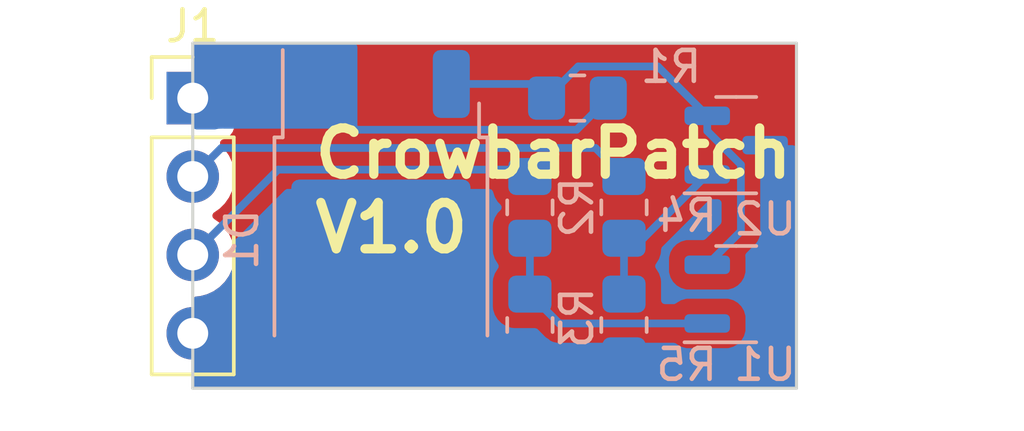
<source format=kicad_pcb>
(kicad_pcb (version 20221018) (generator pcbnew)
  (layers (0 "F.Cu" signal) (31 "B.Cu" signal) (34 "B.Paste" user) (35 "F.Paste" user) (36 "B.SilkS" user "B.Silkscreen") (37 "F.SilkS" user "F.Silkscreen") (38 "B.Mask" user) (39 "F.Mask" user) (44 "Edge.Cuts" user))
  (net 0 "")
  (net 1 "Net-(D1-A1)")
  (net 2 "Net-(D1-G)")
  (net 3 "GND")
  (net 4 "Net-(J1-Pin_2)")
  (net 5 "Net-(J1-Pin_3)")
  (net 6 "Net-(U1-REF)")
  (net 7 "Net-(U2-REF)")
  (footprint "Connector_PinHeader_2.54mm:PinHeader_1x04_P2.54mm_Vertical" (layer "F.Cu") (at 93.98 68.58)
    (fp_text reference "J1" (at 0 -2.33) (layer "F.SilkS"))
    (fp_text value "Conn_01x04_Pin")
    (fp_line (start -1.33 -1.33) (end 0 -1.33) (stroke (width 0.12)) (layer "F.SilkS"))
    (fp_line (start -1.33 0) (end -1.33 -1.33) (stroke (width 0.12)) (layer "F.SilkS"))
    (fp_line (start -1.33 1.27) (end -1.33 8.95) (stroke (width 0.12)) (layer "F.SilkS"))
    (fp_line (start -1.33 1.27) (end 1.33 1.27) (stroke (width 0.12)) (layer "F.SilkS"))
    (fp_line (start -1.33 8.95) (end 1.33 8.95) (stroke (width 0.12)) (layer "F.SilkS"))
    (fp_line (start 1.33 1.27) (end 1.33 8.95) (stroke (width 0.12)) (layer "F.SilkS"))
    (pad "1" thru_hole rect (at 0 0) (size 1.7 1.7) (drill 1) (layers "*.Cu" "*.Mask") (net 1 "Net-(D1-A1)"))
    (pad "2" thru_hole oval (at 0 2.54) (size 1.7 1.7) (drill 1) (layers "*.Cu" "*.Mask") (net 4 "Net-(J1-Pin_2)"))
    (pad "3" thru_hole oval (at 0 5.08) (size 1.7 1.7) (drill 1) (layers "*.Cu" "*.Mask") (net 5 "Net-(J1-Pin_3)"))
    (pad "4" thru_hole oval (at 0 7.62) (size 1.7 1.7) (drill 1) (layers "*.Cu" "*.Mask") (net 3 "GND"))
  )
  (footprint "Resistor_SMD:R_0805_2012Metric_Pad1.20x1.40mm_HandSolder" (layer "B.Cu") (at 107.95 75.93 -90)
    (fp_text reference "R5" (at 1.286 -2.032 -180) (layer "B.SilkS") (effects (justify mirror)))
    (fp_text value "R")
    (fp_line (start -0.227064 -0.735) (end 0.227064 -0.735) (stroke (width 0.12)) (layer "B.SilkS"))
    (fp_line (start -0.227064 0.735) (end 0.227064 0.735) (stroke (width 0.12)) (layer "B.SilkS"))
    (pad "1" smd roundrect (at -1 0 270) (size 1.2 1.4) (layers "B.Cu" "B.Paste" "B.Mask") (roundrect_rratio 0.2083333333) (net 7 "Net-(U2-REF)"))
    (pad "2" smd roundrect (at 1 0 270) (size 1.2 1.4) (layers "B.Cu" "B.Paste" "B.Mask") (roundrect_rratio 0.2083333333) (net 3 "GND"))
  )
  (footprint "Resistor_SMD:R_0805_2012Metric_Pad1.20x1.40mm_HandSolder" (layer "B.Cu") (at 104.902 72.12 -90)
    (fp_text reference "R2" (at 0 -1.524 90) (layer "B.SilkS") (effects (justify mirror)))
    (fp_text value "R")
    (fp_line (start -0.227064 -0.735) (end 0.227064 -0.735) (stroke (width 0.12)) (layer "B.SilkS"))
    (fp_line (start -0.227064 0.735) (end 0.227064 0.735) (stroke (width 0.12)) (layer "B.SilkS"))
    (pad "1" smd roundrect (at -1 0 270) (size 1.2 1.4) (layers "B.Cu" "B.Paste" "B.Mask") (roundrect_rratio 0.2083333333) (net 5 "Net-(J1-Pin_3)"))
    (pad "2" smd roundrect (at 1 0 270) (size 1.2 1.4) (layers "B.Cu" "B.Paste" "B.Mask") (roundrect_rratio 0.2083333333) (net 6 "Net-(U1-REF)"))
  )
  (footprint "Resistor_SMD:R_0805_2012Metric_Pad1.20x1.40mm_HandSolder" (layer "B.Cu") (at 107.95 72.12 -90)
    (fp_text reference "R4" (at 0.27 -2.032 -180) (layer "B.SilkS") (effects (justify mirror)))
    (fp_text value "R")
    (fp_line (start -0.227064 -0.735) (end 0.227064 -0.735) (stroke (width 0.12)) (layer "B.SilkS"))
    (fp_line (start -0.227064 0.735) (end 0.227064 0.735) (stroke (width 0.12)) (layer "B.SilkS"))
    (pad "1" smd roundrect (at -1 0 270) (size 1.2 1.4) (layers "B.Cu" "B.Paste" "B.Mask") (roundrect_rratio 0.2083333333) (net 4 "Net-(J1-Pin_2)"))
    (pad "2" smd roundrect (at 1 0 270) (size 1.2 1.4) (layers "B.Cu" "B.Paste" "B.Mask") (roundrect_rratio 0.2083333333) (net 7 "Net-(U2-REF)"))
  )
  (footprint "Package_TO_SOT_SMD:SOT-23" (layer "B.Cu") (at 111.5845 70.104)
    (fp_text reference "U2" (at 0.9375 2.4) (layer "B.SilkS") (effects (justify mirror)))
    (fp_text value "TL432DBZ")
    (fp_line (start 0 -1.56) (end -0.65 -1.56) (stroke (width 0.12)) (layer "B.SilkS"))
    (fp_line (start 0 -1.56) (end 0.65 -1.56) (stroke (width 0.12)) (layer "B.SilkS"))
    (fp_line (start 0 1.56) (end -1.675 1.56) (stroke (width 0.12)) (layer "B.SilkS"))
    (fp_line (start 0 1.56) (end 0.65 1.56) (stroke (width 0.12)) (layer "B.SilkS"))
    (pad "1" smd roundrect (at -0.9375 0.95) (size 1.475 0.6) (layers "B.Cu" "B.Paste" "B.Mask") (net 7 "Net-(U2-REF)"))
    (pad "2" smd roundrect (at -0.9375 -0.95) (size 1.475 0.6) (layers "B.Cu" "B.Paste" "B.Mask") (net 2 "Net-(D1-G)"))
    (pad "3" smd roundrect (at 0.9375 0) (size 1.475 0.6) (layers "B.Cu" "B.Paste" "B.Mask") (net 3 "GND"))
  )
  (footprint "Package_TO_SOT_SMD:SOT-23" (layer "B.Cu") (at 111.5845 74.93)
    (fp_text reference "U1" (at 0.9375 2.286) (layer "B.SilkS") (effects (justify mirror)))
    (fp_text value "TL432DBZ")
    (fp_line (start 0 -1.56) (end -0.65 -1.56) (stroke (width 0.12)) (layer "B.SilkS"))
    (fp_line (start 0 -1.56) (end 0.65 -1.56) (stroke (width 0.12)) (layer "B.SilkS"))
    (fp_line (start 0 1.56) (end -1.675 1.56) (stroke (width 0.12)) (layer "B.SilkS"))
    (fp_line (start 0 1.56) (end 0.65 1.56) (stroke (width 0.12)) (layer "B.SilkS"))
    (pad "1" smd roundrect (at -0.9375 0.95) (size 1.475 0.6) (layers "B.Cu" "B.Paste" "B.Mask") (net 6 "Net-(U1-REF)"))
    (pad "2" smd roundrect (at -0.9375 -0.95) (size 1.475 0.6) (layers "B.Cu" "B.Paste" "B.Mask") (net 2 "Net-(D1-G)"))
    (pad "3" smd roundrect (at 0.9375 0) (size 1.475 0.6) (layers "B.Cu" "B.Paste" "B.Mask") (net 3 "GND"))
  )
  (footprint "Resistor_SMD:R_0805_2012Metric_Pad1.20x1.40mm_HandSolder" (layer "B.Cu") (at 106.442 68.58 180)
    (fp_text reference "R1" (at -3.032 1.016) (layer "B.SilkS") (effects (justify mirror)))
    (fp_text value "R" hide)
    (fp_line (start -0.227064 -0.735) (end 0.227064 -0.735) (stroke (width 0.12)) (layer "B.SilkS"))
    (fp_line (start -0.227064 0.735) (end 0.227064 0.735) (stroke (width 0.12)) (layer "B.SilkS"))
    (pad "1" smd roundrect (at -1 0 180) (size 1.2 1.4) (layers "B.Cu" "B.Paste" "B.Mask") (roundrect_rratio 0.2083333333) (net 1 "Net-(D1-A1)"))
    (pad "2" smd roundrect (at 1 0 180) (size 1.2 1.4) (layers "B.Cu" "B.Paste" "B.Mask") (roundrect_rratio 0.2083333333) (net 2 "Net-(D1-G)"))
  )
  (footprint "Resistor_SMD:R_0805_2012Metric_Pad1.20x1.40mm_HandSolder" (layer "B.Cu") (at 104.902 75.93 -90)
    (fp_text reference "R3" (at -0.238 -1.524 90) (layer "B.SilkS") (effects (justify mirror)))
    (fp_text value "R")
    (fp_line (start -0.227064 -0.735) (end 0.227064 -0.735) (stroke (width 0.12)) (layer "B.SilkS"))
    (fp_line (start -0.227064 0.735) (end 0.227064 0.735) (stroke (width 0.12)) (layer "B.SilkS"))
    (pad "1" smd roundrect (at -1 0 270) (size 1.2 1.4) (layers "B.Cu" "B.Paste" "B.Mask") (roundrect_rratio 0.2083333333) (net 6 "Net-(U1-REF)"))
    (pad "2" smd roundrect (at 1 0 270) (size 1.2 1.4) (layers "B.Cu" "B.Paste" "B.Mask") (roundrect_rratio 0.2083333333) (net 3 "GND"))
  )
  (footprint "Package_TO_SOT_SMD:TO-252-2" (layer "B.Cu") (at 100.076 73.162 -90)
    (fp_text reference "D1" (at 0 4.5 90) (layer "B.SilkS") (effects (justify mirror)))
    (fp_text value "Q_TRIAC_A1A2G")
    (fp_line (start -3.31 -3.45) (end -3.31 -3.18) (stroke (width 0.12)) (layer "B.SilkS"))
    (fp_line (start -3.31 -3.18) (end -4.41 -3.18) (stroke (width 0.12)) (layer "B.SilkS"))
    (fp_line (start -3.31 3.18) (end -6.14 3.18) (stroke (width 0.12)) (layer "B.SilkS"))
    (fp_line (start -3.31 3.45) (end -3.31 3.18) (stroke (width 0.12)) (layer "B.SilkS"))
    (fp_line (start 3.11 -3.45) (end -3.31 -3.45) (stroke (width 0.12)) (layer "B.SilkS"))
    (fp_line (start 3.11 3.45) (end -3.31 3.45) (stroke (width 0.12)) (layer "B.SilkS"))
    (pad "1" smd roundrect (at -5.04 2.28 270) (size 2.2 1.2) (layers "B.Cu" "B.Paste" "B.Mask") (roundrect_rratio 0.2083333333) (net 1 "Net-(D1-A1)"))
    (pad "2" smd roundrect (at -0.415 -1.525 270) (size 3.05 2.75) (layers "B.Cu" "B.Paste") (roundrect_rratio 0.09090909091) (net 3 "GND"))
    (pad "2" smd roundrect (at -0.415 1.525 270) (size 3.05 2.75) (layers "B.Cu" "B.Paste") (roundrect_rratio 0.09090909091) (net 3 "GND"))
    (pad "2" smd roundrect (at 1.26 0 270) (size 6.4 5.8) (layers "B.Cu" "B.Mask") (roundrect_rratio 0.04310293103) (net 3 "GND"))
    (pad "2" smd roundrect (at 2.935 -1.525 270) (size 3.05 2.75) (layers "B.Cu" "B.Paste") (roundrect_rratio 0.09090909091) (net 3 "GND"))
    (pad "2" smd roundrect (at 2.935 1.525 270) (size 3.05 2.75) (layers "B.Cu" "B.Paste") (roundrect_rratio 0.09090909091) (net 3 "GND"))
    (pad "3" smd roundrect (at -5.04 -2.28 270) (size 2.2 1.2) (layers "B.Cu" "B.Paste" "B.Mask") (roundrect_rratio 0.2083333333) (net 2 "Net-(D1-G)"))
  )
  (gr_line (start 93.98 66.802) (end 113.538 66.802) (stroke (width 0.1)) (layer "Edge.Cuts"))
  (gr_line (start 113.538 66.802) (end 113.538 77.978) (stroke (width 0.1)) (layer "Edge.Cuts"))
  (gr_line (start 113.538 77.978) (end 93.98 77.978) (stroke (width 0.1)) (layer "Edge.Cuts"))
  (gr_line (start 93.98 77.978) (end 93.98 66.802) (stroke (width 0.1)) (layer "Edge.Cuts"))
  (gr_text "CrowbarPatch \nV1.0" (at 97.79 73.66) (layer "F.SilkS") (effects (font (size 1.5 1.5) (thickness 0.3) bold) (justify left bottom)))
  (segment (start 106.417 69.605) (end 99.279 69.605) (width 0.25) (layer "B.Cu") (net 1))
  (segment (start 99.279 69.605) (end 97.796 68.122) (width 0.25) (layer "B.Cu") (net 1))
  (segment (start 107.442 68.58) (end 106.417 69.605) (width 0.25) (layer "B.Cu") (net 1))
  (segment (start 111.737749 70.735498) (end 110.647 69.644749) (width 0.25) (layer "B.Cu") (net 2))
  (segment (start 105.442 68.58) (end 106.467 67.555) (width 0.25) (layer "B.Cu") (net 2))
  (segment (start 110.647 69.644749) (end 110.647 69.154) (width 0.25) (layer "B.Cu") (net 2))
  (segment (start 110.647 73.98) (end 111.737749 72.889251) (width 0.25) (layer "B.Cu") (net 2))
  (segment (start 106.467 67.555) (end 109.048 67.555) (width 0.25) (layer "B.Cu") (net 2))
  (segment (start 104.984 68.122) (end 105.442 68.58) (width 0.25) (layer "B.Cu") (net 2))
  (segment (start 109.048 67.555) (end 110.647 69.154) (width 0.25) (layer "B.Cu") (net 2))
  (segment (start 102.356 68.122) (end 104.984 68.122) (width 0.25) (layer "B.Cu") (net 2))
  (segment (start 111.737749 72.889251) (end 111.737749 70.735498) (width 0.25) (layer "B.Cu") (net 2))
  (segment (start 107.95 71.12) (end 107.025 70.195) (width 0.25) (layer "B.Cu") (net 4))
  (segment (start 107.025 70.195) (end 94.905 70.195) (width 0.25) (layer "B.Cu") (net 4))
  (segment (start 94.905 70.195) (end 93.98 71.12) (width 0.25) (layer "B.Cu") (net 4))
  (segment (start 104.679 70.897) (end 96.743 70.897) (width 0.25) (layer "B.Cu") (net 5))
  (segment (start 96.743 70.897) (end 93.98 73.66) (width 0.25) (layer "B.Cu") (net 5))
  (segment (start 104.902 71.12) (end 104.679 70.897) (width 0.25) (layer "B.Cu") (net 5))
  (segment (start 110.647 75.88) (end 105.852 75.88) (width 0.25) (layer "B.Cu") (net 6))
  (segment (start 104.902 73.12) (end 104.902 74.93) (width 0.25) (layer "B.Cu") (net 6))
  (segment (start 105.852 75.88) (end 104.902 74.93) (width 0.25) (layer "B.Cu") (net 6))
  (segment (start 107.95 73.12) (end 107.95 74.93) (width 0.25) (layer "B.Cu") (net 7))
  (segment (start 108.581 73.12) (end 110.647 71.054) (width 0.25) (layer "B.Cu") (net 7))
  (segment (start 107.95 73.12) (end 108.581 73.12) (width 0.25) (layer "B.Cu") (net 7))
  (zone (net 3) (net_name "GND") (layer "F.Cu") (priority 2) (connect_pads yes (clearance 0.5)) (min_thickness 0.25) (fill yes (thermal_gap 0.5) (thermal_bridge_width 0.5))
    (polygon (pts (xy 92.202 77.978) (xy 92.202 66.802) (xy 113.538 66.802) (xy 113.538 77.978)))
  )
  (zone (net 1) (net_name "Net-(D1-A1)") (layer "B.Cu") (connect_pads yes (clearance 0.5)) (min_thickness 0.25) (fill yes (thermal_gap 0.5) (thermal_bridge_width 0.5))
    (polygon (pts (xy 92.202 66.802) (xy 99.314 66.802) (xy 99.314 69.596) (xy 92.202 69.596)))
  )
  (zone (net 3) (net_name "GND") (layer "B.Cu") (priority 1) (connect_pads yes (clearance 0.5)) (min_thickness 0.25) (fill yes (thermal_gap 0.5) (thermal_bridge_width 0.5))
    (polygon (pts (xy 92.202 77.978) (xy 113.538 77.978) (xy 113.538 70.104) (xy 92.202 70.104)))
  )
)
</source>
